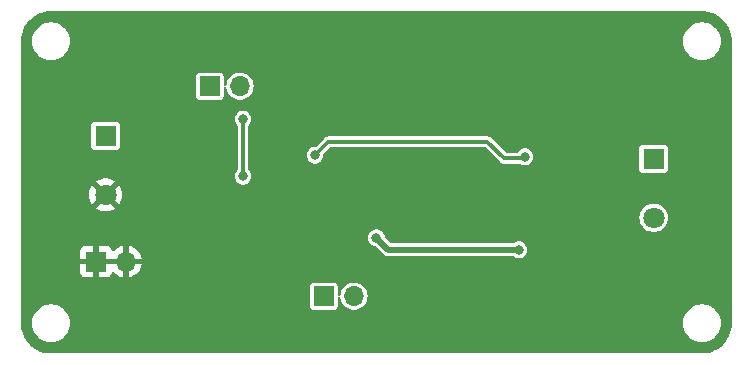
<source format=gbr>
%TF.GenerationSoftware,KiCad,Pcbnew,7.0.9*%
%TF.CreationDate,2023-12-10T23:23:11+01:00*%
%TF.ProjectId,LED Driver,4c454420-4472-4697-9665-722e6b696361,rev?*%
%TF.SameCoordinates,Original*%
%TF.FileFunction,Copper,L2,Bot*%
%TF.FilePolarity,Positive*%
%FSLAX46Y46*%
G04 Gerber Fmt 4.6, Leading zero omitted, Abs format (unit mm)*
G04 Created by KiCad (PCBNEW 7.0.9) date 2023-12-10 23:23:11*
%MOMM*%
%LPD*%
G01*
G04 APERTURE LIST*
%TA.AperFunction,ComponentPad*%
%ADD10R,1.700000X1.700000*%
%TD*%
%TA.AperFunction,ComponentPad*%
%ADD11O,1.700000X1.700000*%
%TD*%
%TA.AperFunction,ComponentPad*%
%ADD12R,1.800000X1.800000*%
%TD*%
%TA.AperFunction,ComponentPad*%
%ADD13C,1.800000*%
%TD*%
%TA.AperFunction,ViaPad*%
%ADD14C,0.600000*%
%TD*%
%TA.AperFunction,ViaPad*%
%ADD15C,0.800000*%
%TD*%
%TA.AperFunction,Conductor*%
%ADD16C,0.300000*%
%TD*%
%TA.AperFunction,Conductor*%
%ADD17C,0.500000*%
%TD*%
G04 APERTURE END LIST*
D10*
%TO.P,J2,1,Pin_1*%
%TO.N,GND*%
X78475000Y-56750000D03*
D11*
%TO.P,J2,2,Pin_2*%
X81015000Y-56750000D03*
%TD*%
D12*
%TO.P,LED_STRIP_0,1,1*%
%TO.N,LED_0 +*%
X125700000Y-48046000D03*
D13*
%TO.P,LED_STRIP_0,2,2*%
%TO.N,LED_0 -*%
X125700000Y-53046000D03*
%TD*%
D10*
%TO.P,J1,1,Pin_1*%
%TO.N,PWM_0*%
X97785000Y-59690000D03*
D11*
%TO.P,J1,2,Pin_2*%
X100325000Y-59690000D03*
%TD*%
D10*
%TO.P,J3,1,Pin_1*%
%TO.N,FAULT_0*%
X88133000Y-41910000D03*
D11*
%TO.P,J3,2,Pin_2*%
X90673000Y-41910000D03*
%TD*%
D12*
%TO.P,J4,1,1*%
%TO.N,VCC*%
X79300000Y-46100000D03*
D13*
%TO.P,J4,2,2*%
%TO.N,GND*%
X79300000Y-51100000D03*
%TD*%
D14*
%TO.N,GND*%
X101470000Y-49440000D03*
D15*
X108458000Y-51943000D03*
D14*
X101450000Y-48160000D03*
X100700000Y-49430000D03*
D15*
X116459000Y-53340000D03*
D14*
X101460000Y-48820000D03*
X100710000Y-48800000D03*
D15*
X118450000Y-47850000D03*
X94234000Y-43688000D03*
X105283000Y-58166000D03*
X112649000Y-57785000D03*
D14*
X100720000Y-48160000D03*
D15*
X96774000Y-55626000D03*
X88350000Y-56300000D03*
%TO.N,FAULT_0*%
X90932000Y-49530000D03*
X90932000Y-44704000D03*
%TO.N,Net-(IC1-OVP)*%
X114808000Y-47879000D03*
X97028000Y-47752000D03*
%TO.N,LED_0 -*%
X102235000Y-54737000D03*
X114300000Y-55753000D03*
%TD*%
D16*
%TO.N,FAULT_0*%
X90932000Y-49530000D02*
X90932000Y-44704000D01*
%TO.N,Net-(IC1-OVP)*%
X113030000Y-48006000D02*
X114681000Y-48006000D01*
X98171000Y-46609000D02*
X98298000Y-46609000D01*
X111633000Y-46609000D02*
X113030000Y-48006000D01*
X98298000Y-46609000D02*
X111633000Y-46609000D01*
X97028000Y-47752000D02*
X98171000Y-46609000D01*
X114681000Y-48006000D02*
X114808000Y-47879000D01*
D17*
%TO.N,LED_0 -*%
X114300000Y-55753000D02*
X103251000Y-55753000D01*
X103251000Y-55753000D02*
X102235000Y-54737000D01*
%TD*%
%TA.AperFunction,Conductor*%
%TO.N,GND*%
G36*
X80555507Y-56540156D02*
G01*
X80515000Y-56678111D01*
X80515000Y-56821889D01*
X80555507Y-56959844D01*
X80581314Y-57000000D01*
X78908686Y-57000000D01*
X78934493Y-56959844D01*
X78975000Y-56821889D01*
X78975000Y-56678111D01*
X78934493Y-56540156D01*
X78908686Y-56500000D01*
X80581314Y-56500000D01*
X80555507Y-56540156D01*
G37*
%TD.AperFunction*%
%TA.AperFunction,Conductor*%
G36*
X129795735Y-35552598D02*
G01*
X129928676Y-35560063D01*
X130075762Y-35568323D01*
X130082652Y-35569099D01*
X130316332Y-35608803D01*
X130357434Y-35615787D01*
X130364218Y-35617335D01*
X130632040Y-35694493D01*
X130638607Y-35696792D01*
X130767352Y-35750119D01*
X130896110Y-35803452D01*
X130902359Y-35806462D01*
X131077162Y-35903072D01*
X131146301Y-35941284D01*
X131152193Y-35944986D01*
X131379497Y-36106267D01*
X131384937Y-36110605D01*
X131592756Y-36296323D01*
X131597676Y-36301243D01*
X131783394Y-36509062D01*
X131787732Y-36514502D01*
X131949013Y-36741806D01*
X131952715Y-36747698D01*
X132087533Y-36991632D01*
X132090552Y-36997901D01*
X132197207Y-37255392D01*
X132199506Y-37261959D01*
X132276664Y-37529781D01*
X132278212Y-37536565D01*
X132324898Y-37811333D01*
X132325677Y-37818247D01*
X132341402Y-38098264D01*
X132341500Y-38101741D01*
X132341500Y-61974258D01*
X132341402Y-61977735D01*
X132325677Y-62257752D01*
X132324898Y-62264666D01*
X132278212Y-62539434D01*
X132276664Y-62546218D01*
X132199506Y-62814040D01*
X132197207Y-62820607D01*
X132090552Y-63078098D01*
X132087533Y-63084367D01*
X131952715Y-63328301D01*
X131949013Y-63334193D01*
X131787732Y-63561497D01*
X131783394Y-63566937D01*
X131597676Y-63774756D01*
X131592756Y-63779676D01*
X131384937Y-63965394D01*
X131379497Y-63969732D01*
X131152193Y-64131013D01*
X131146301Y-64134715D01*
X130902367Y-64269533D01*
X130896098Y-64272552D01*
X130638607Y-64379207D01*
X130632040Y-64381506D01*
X130364218Y-64458664D01*
X130357434Y-64460212D01*
X130082666Y-64506898D01*
X130075752Y-64507677D01*
X129795735Y-64523402D01*
X129792258Y-64523500D01*
X74677742Y-64523500D01*
X74674265Y-64523402D01*
X74394248Y-64507677D01*
X74387333Y-64506898D01*
X74112565Y-64460212D01*
X74105781Y-64458664D01*
X73837959Y-64381506D01*
X73831392Y-64379207D01*
X73609948Y-64287483D01*
X73573897Y-64272550D01*
X73567632Y-64269533D01*
X73323698Y-64134715D01*
X73317806Y-64131013D01*
X73090502Y-63969732D01*
X73085062Y-63965394D01*
X72877243Y-63779676D01*
X72872323Y-63774756D01*
X72686605Y-63566937D01*
X72682267Y-63561497D01*
X72520986Y-63334193D01*
X72517284Y-63328301D01*
X72431394Y-63172895D01*
X72382462Y-63084359D01*
X72379452Y-63078110D01*
X72313818Y-62919653D01*
X72272792Y-62820607D01*
X72270493Y-62814040D01*
X72193335Y-62546218D01*
X72191787Y-62539434D01*
X72180348Y-62472110D01*
X72145099Y-62264652D01*
X72144323Y-62257762D01*
X72136063Y-62110676D01*
X72128598Y-61977735D01*
X72128549Y-61976000D01*
X73070551Y-61976000D01*
X73090317Y-62227151D01*
X73149126Y-62472110D01*
X73245533Y-62704859D01*
X73377160Y-62919653D01*
X73377161Y-62919656D01*
X73377164Y-62919659D01*
X73540776Y-63111224D01*
X73689066Y-63237875D01*
X73732343Y-63274838D01*
X73732346Y-63274839D01*
X73947140Y-63406466D01*
X74179889Y-63502873D01*
X74424852Y-63561683D01*
X74580950Y-63573968D01*
X74613116Y-63576500D01*
X74613118Y-63576500D01*
X74738884Y-63576500D01*
X74768518Y-63574167D01*
X74927148Y-63561683D01*
X75172111Y-63502873D01*
X75404859Y-63406466D01*
X75619659Y-63274836D01*
X75811224Y-63111224D01*
X75974836Y-62919659D01*
X76106466Y-62704859D01*
X76202873Y-62472111D01*
X76261683Y-62227148D01*
X76281449Y-61976000D01*
X128188551Y-61976000D01*
X128208317Y-62227151D01*
X128267126Y-62472110D01*
X128363533Y-62704859D01*
X128495160Y-62919653D01*
X128495161Y-62919656D01*
X128495164Y-62919659D01*
X128658776Y-63111224D01*
X128807066Y-63237875D01*
X128850343Y-63274838D01*
X128850346Y-63274839D01*
X129065140Y-63406466D01*
X129297889Y-63502873D01*
X129542852Y-63561683D01*
X129698950Y-63573968D01*
X129731116Y-63576500D01*
X129731118Y-63576500D01*
X129856884Y-63576500D01*
X129886518Y-63574167D01*
X130045148Y-63561683D01*
X130290111Y-63502873D01*
X130522859Y-63406466D01*
X130737659Y-63274836D01*
X130929224Y-63111224D01*
X131092836Y-62919659D01*
X131224466Y-62704859D01*
X131320873Y-62472111D01*
X131379683Y-62227148D01*
X131399449Y-61976000D01*
X131379683Y-61724852D01*
X131320873Y-61479889D01*
X131224466Y-61247141D01*
X131224466Y-61247140D01*
X131092839Y-61032346D01*
X131092838Y-61032343D01*
X131055875Y-60989066D01*
X130929224Y-60840776D01*
X130792845Y-60724297D01*
X130737656Y-60677161D01*
X130737653Y-60677160D01*
X130522859Y-60545533D01*
X130290110Y-60449126D01*
X130045150Y-60390317D01*
X129856884Y-60375500D01*
X129856882Y-60375500D01*
X129731118Y-60375500D01*
X129731116Y-60375500D01*
X129542849Y-60390317D01*
X129297889Y-60449126D01*
X129065140Y-60545533D01*
X128850346Y-60677160D01*
X128850343Y-60677161D01*
X128658776Y-60840776D01*
X128495161Y-61032343D01*
X128495160Y-61032346D01*
X128363533Y-61247140D01*
X128267126Y-61479889D01*
X128208317Y-61724848D01*
X128188551Y-61976000D01*
X76281449Y-61976000D01*
X76261683Y-61724852D01*
X76202873Y-61479889D01*
X76106466Y-61247141D01*
X76106466Y-61247140D01*
X75974839Y-61032346D01*
X75974838Y-61032343D01*
X75937875Y-60989066D01*
X75811224Y-60840776D01*
X75674845Y-60724297D01*
X75619656Y-60677161D01*
X75619653Y-60677160D01*
X75469028Y-60584856D01*
X96634500Y-60584856D01*
X96634502Y-60584882D01*
X96637413Y-60609987D01*
X96637415Y-60609991D01*
X96682793Y-60712764D01*
X96682794Y-60712765D01*
X96762235Y-60792206D01*
X96865009Y-60837585D01*
X96890135Y-60840500D01*
X98679864Y-60840499D01*
X98679879Y-60840497D01*
X98679882Y-60840497D01*
X98704987Y-60837586D01*
X98704988Y-60837585D01*
X98704991Y-60837585D01*
X98807765Y-60792206D01*
X98887206Y-60712765D01*
X98932585Y-60609991D01*
X98935500Y-60584865D01*
X98935499Y-59846046D01*
X98955183Y-59779009D01*
X99007987Y-59733254D01*
X99077146Y-59723310D01*
X99140702Y-59752335D01*
X99178476Y-59811113D01*
X99182970Y-59834606D01*
X99189244Y-59902310D01*
X99247596Y-60107392D01*
X99247596Y-60107394D01*
X99342632Y-60298253D01*
X99456568Y-60449127D01*
X99471128Y-60468407D01*
X99628698Y-60612052D01*
X99809981Y-60724298D01*
X100008802Y-60801321D01*
X100218390Y-60840500D01*
X100218392Y-60840500D01*
X100431608Y-60840500D01*
X100431610Y-60840500D01*
X100641198Y-60801321D01*
X100840019Y-60724298D01*
X101021302Y-60612052D01*
X101178872Y-60468407D01*
X101307366Y-60298255D01*
X101402405Y-60107389D01*
X101460756Y-59902310D01*
X101480429Y-59690000D01*
X101460756Y-59477690D01*
X101402405Y-59272611D01*
X101402403Y-59272606D01*
X101402403Y-59272605D01*
X101307367Y-59081746D01*
X101178872Y-58911593D01*
X101051133Y-58795143D01*
X101021302Y-58767948D01*
X100840019Y-58655702D01*
X100840017Y-58655701D01*
X100740608Y-58617190D01*
X100641198Y-58578679D01*
X100431610Y-58539500D01*
X100218390Y-58539500D01*
X100008802Y-58578679D01*
X100008799Y-58578679D01*
X100008799Y-58578680D01*
X99809982Y-58655701D01*
X99809980Y-58655702D01*
X99628699Y-58767947D01*
X99471127Y-58911593D01*
X99342632Y-59081746D01*
X99247596Y-59272605D01*
X99247596Y-59272607D01*
X99189244Y-59477689D01*
X99182970Y-59545394D01*
X99157183Y-59610331D01*
X99100383Y-59651018D01*
X99030602Y-59654538D01*
X98969995Y-59619772D01*
X98937806Y-59557759D01*
X98935499Y-59533952D01*
X98935499Y-58795143D01*
X98935499Y-58795136D01*
X98935497Y-58795117D01*
X98932586Y-58770012D01*
X98932585Y-58770010D01*
X98932585Y-58770009D01*
X98887206Y-58667235D01*
X98807765Y-58587794D01*
X98787124Y-58578680D01*
X98704992Y-58542415D01*
X98679865Y-58539500D01*
X96890143Y-58539500D01*
X96890117Y-58539502D01*
X96865012Y-58542413D01*
X96865008Y-58542415D01*
X96762235Y-58587793D01*
X96682794Y-58667234D01*
X96637415Y-58770006D01*
X96637415Y-58770008D01*
X96634500Y-58795131D01*
X96634500Y-60584856D01*
X75469028Y-60584856D01*
X75404859Y-60545533D01*
X75172110Y-60449126D01*
X74927150Y-60390317D01*
X74738884Y-60375500D01*
X74738882Y-60375500D01*
X74613118Y-60375500D01*
X74613116Y-60375500D01*
X74424849Y-60390317D01*
X74179889Y-60449126D01*
X73947140Y-60545533D01*
X73732346Y-60677160D01*
X73732343Y-60677161D01*
X73540776Y-60840776D01*
X73377161Y-61032343D01*
X73377160Y-61032346D01*
X73245533Y-61247140D01*
X73149126Y-61479889D01*
X73090317Y-61724848D01*
X73070551Y-61976000D01*
X72128549Y-61976000D01*
X72128500Y-61974258D01*
X72128500Y-57647844D01*
X77125000Y-57647844D01*
X77131401Y-57707372D01*
X77131403Y-57707379D01*
X77181645Y-57842086D01*
X77181649Y-57842093D01*
X77267809Y-57957187D01*
X77267812Y-57957190D01*
X77382906Y-58043350D01*
X77382913Y-58043354D01*
X77517620Y-58093596D01*
X77517627Y-58093598D01*
X77577155Y-58099999D01*
X77577172Y-58100000D01*
X78225000Y-58100000D01*
X78225000Y-57185501D01*
X78332685Y-57234680D01*
X78439237Y-57250000D01*
X78510763Y-57250000D01*
X78617315Y-57234680D01*
X78725000Y-57185501D01*
X78725000Y-58100000D01*
X79372828Y-58100000D01*
X79372844Y-58099999D01*
X79432372Y-58093598D01*
X79432379Y-58093596D01*
X79567086Y-58043354D01*
X79567093Y-58043350D01*
X79682187Y-57957190D01*
X79682190Y-57957187D01*
X79768350Y-57842093D01*
X79768354Y-57842086D01*
X79817614Y-57710013D01*
X79859485Y-57654079D01*
X79924949Y-57629662D01*
X79993222Y-57644513D01*
X80021477Y-57665665D01*
X80143917Y-57788105D01*
X80337421Y-57923600D01*
X80551507Y-58023429D01*
X80551516Y-58023433D01*
X80765000Y-58080634D01*
X80765000Y-57185501D01*
X80872685Y-57234680D01*
X80979237Y-57250000D01*
X81050763Y-57250000D01*
X81157315Y-57234680D01*
X81265000Y-57185501D01*
X81265000Y-58080633D01*
X81478483Y-58023433D01*
X81478492Y-58023429D01*
X81692578Y-57923600D01*
X81886082Y-57788105D01*
X82053105Y-57621082D01*
X82188600Y-57427578D01*
X82288429Y-57213492D01*
X82288432Y-57213486D01*
X82345636Y-57000000D01*
X81448686Y-57000000D01*
X81474493Y-56959844D01*
X81515000Y-56821889D01*
X81515000Y-56678111D01*
X81474493Y-56540156D01*
X81448686Y-56500000D01*
X82345636Y-56500000D01*
X82345635Y-56499999D01*
X82288432Y-56286513D01*
X82288429Y-56286507D01*
X82188600Y-56072422D01*
X82188599Y-56072420D01*
X82053113Y-55878926D01*
X82053108Y-55878920D01*
X81886082Y-55711894D01*
X81692578Y-55576399D01*
X81478492Y-55476570D01*
X81478486Y-55476567D01*
X81265000Y-55419364D01*
X81265000Y-56314498D01*
X81157315Y-56265320D01*
X81050763Y-56250000D01*
X80979237Y-56250000D01*
X80872685Y-56265320D01*
X80765000Y-56314498D01*
X80765000Y-55419364D01*
X80764999Y-55419364D01*
X80551513Y-55476567D01*
X80551507Y-55476570D01*
X80337422Y-55576399D01*
X80337420Y-55576400D01*
X80143926Y-55711886D01*
X80021477Y-55834335D01*
X79960154Y-55867819D01*
X79890462Y-55862835D01*
X79834529Y-55820963D01*
X79817614Y-55789986D01*
X79768354Y-55657913D01*
X79768350Y-55657906D01*
X79682190Y-55542812D01*
X79682187Y-55542809D01*
X79567093Y-55456649D01*
X79567086Y-55456645D01*
X79432379Y-55406403D01*
X79432372Y-55406401D01*
X79372844Y-55400000D01*
X78725000Y-55400000D01*
X78725000Y-56314498D01*
X78617315Y-56265320D01*
X78510763Y-56250000D01*
X78439237Y-56250000D01*
X78332685Y-56265320D01*
X78225000Y-56314498D01*
X78225000Y-55400000D01*
X77577155Y-55400000D01*
X77517627Y-55406401D01*
X77517620Y-55406403D01*
X77382913Y-55456645D01*
X77382906Y-55456649D01*
X77267812Y-55542809D01*
X77267809Y-55542812D01*
X77181649Y-55657906D01*
X77181645Y-55657913D01*
X77131403Y-55792620D01*
X77131401Y-55792627D01*
X77125000Y-55852155D01*
X77125000Y-56500000D01*
X78041314Y-56500000D01*
X78015507Y-56540156D01*
X77975000Y-56678111D01*
X77975000Y-56821889D01*
X78015507Y-56959844D01*
X78041314Y-57000000D01*
X77125000Y-57000000D01*
X77125000Y-57647844D01*
X72128500Y-57647844D01*
X72128500Y-54737000D01*
X101529355Y-54737000D01*
X101549859Y-54905869D01*
X101549860Y-54905874D01*
X101610182Y-55064931D01*
X101629702Y-55093210D01*
X101706817Y-55204929D01*
X101797279Y-55285071D01*
X101834150Y-55317736D01*
X101984774Y-55396790D01*
X101984773Y-55396790D01*
X102076362Y-55419364D01*
X102125711Y-55431527D01*
X102183718Y-55464243D01*
X102855093Y-56135618D01*
X102900320Y-56184044D01*
X102938144Y-56207045D01*
X102943374Y-56210604D01*
X102978658Y-56237361D01*
X102986930Y-56240623D01*
X102995353Y-56243945D01*
X103014290Y-56253351D01*
X103029618Y-56262672D01*
X103072247Y-56274616D01*
X103078263Y-56276639D01*
X103119436Y-56292876D01*
X103137287Y-56294711D01*
X103158052Y-56298657D01*
X103175335Y-56303500D01*
X103219594Y-56303500D01*
X103225935Y-56303824D01*
X103269972Y-56308352D01*
X103287656Y-56305303D01*
X103308724Y-56303500D01*
X113817994Y-56303500D01*
X113885033Y-56323185D01*
X113897074Y-56332302D01*
X113899154Y-56333738D01*
X114049773Y-56412789D01*
X114049775Y-56412790D01*
X114214944Y-56453500D01*
X114385056Y-56453500D01*
X114550225Y-56412790D01*
X114629692Y-56371081D01*
X114700849Y-56333736D01*
X114700850Y-56333734D01*
X114700852Y-56333734D01*
X114828183Y-56220929D01*
X114924818Y-56080930D01*
X114985140Y-55921872D01*
X115005645Y-55753000D01*
X114985140Y-55584128D01*
X114924818Y-55425070D01*
X114920879Y-55419364D01*
X114850730Y-55317736D01*
X114828183Y-55285071D01*
X114733316Y-55201026D01*
X114700849Y-55172263D01*
X114550226Y-55093210D01*
X114385056Y-55052500D01*
X114214944Y-55052500D01*
X114049773Y-55093210D01*
X113899154Y-55172261D01*
X113892980Y-55176524D01*
X113892039Y-55175160D01*
X113836989Y-55201037D01*
X113817994Y-55202500D01*
X103530387Y-55202500D01*
X103463348Y-55182815D01*
X103442706Y-55166181D01*
X102960829Y-54684304D01*
X102927344Y-54622981D01*
X102925414Y-54611568D01*
X102920140Y-54568131D01*
X102920139Y-54568125D01*
X102859817Y-54409068D01*
X102825476Y-54359318D01*
X102763183Y-54269071D01*
X102635852Y-54156266D01*
X102635849Y-54156263D01*
X102485226Y-54077210D01*
X102320056Y-54036500D01*
X102149944Y-54036500D01*
X101984773Y-54077210D01*
X101834150Y-54156263D01*
X101706816Y-54269072D01*
X101610182Y-54409068D01*
X101549860Y-54568125D01*
X101549859Y-54568130D01*
X101529355Y-54737000D01*
X72128500Y-54737000D01*
X72128500Y-53046000D01*
X124494357Y-53046000D01*
X124514884Y-53267535D01*
X124514885Y-53267537D01*
X124575769Y-53481523D01*
X124575775Y-53481538D01*
X124674938Y-53680683D01*
X124674943Y-53680691D01*
X124809020Y-53858238D01*
X124973437Y-54008123D01*
X124973439Y-54008125D01*
X125162595Y-54125245D01*
X125162596Y-54125245D01*
X125162599Y-54125247D01*
X125370060Y-54205618D01*
X125588757Y-54246500D01*
X125588759Y-54246500D01*
X125811241Y-54246500D01*
X125811243Y-54246500D01*
X126029940Y-54205618D01*
X126237401Y-54125247D01*
X126426562Y-54008124D01*
X126590981Y-53858236D01*
X126725058Y-53680689D01*
X126824229Y-53481528D01*
X126885115Y-53267536D01*
X126905643Y-53046000D01*
X126885115Y-52824464D01*
X126824229Y-52610472D01*
X126824224Y-52610461D01*
X126725061Y-52411316D01*
X126725056Y-52411308D01*
X126590979Y-52233761D01*
X126426562Y-52083876D01*
X126426560Y-52083874D01*
X126237404Y-51966754D01*
X126237398Y-51966752D01*
X126029940Y-51886382D01*
X125811243Y-51845500D01*
X125588757Y-51845500D01*
X125370060Y-51886382D01*
X125238864Y-51937207D01*
X125162601Y-51966752D01*
X125162595Y-51966754D01*
X124973439Y-52083874D01*
X124973437Y-52083876D01*
X124809020Y-52233761D01*
X124674943Y-52411308D01*
X124674938Y-52411316D01*
X124575775Y-52610461D01*
X124575769Y-52610476D01*
X124514885Y-52824462D01*
X124514884Y-52824464D01*
X124494357Y-53045999D01*
X124494357Y-53046000D01*
X72128500Y-53046000D01*
X72128500Y-51100005D01*
X77895202Y-51100005D01*
X77914361Y-51331218D01*
X77971317Y-51556135D01*
X78064516Y-51768609D01*
X78148811Y-51897633D01*
X78737226Y-51309219D01*
X78775901Y-51402588D01*
X78872075Y-51527925D01*
X78997412Y-51624099D01*
X79090779Y-51662772D01*
X78501199Y-52252351D01*
X78531650Y-52276050D01*
X78735697Y-52386476D01*
X78735706Y-52386479D01*
X78955139Y-52461811D01*
X79183993Y-52500000D01*
X79416007Y-52500000D01*
X79644860Y-52461811D01*
X79864293Y-52386479D01*
X79864302Y-52386476D01*
X80068350Y-52276050D01*
X80098798Y-52252351D01*
X79509220Y-51662773D01*
X79602588Y-51624099D01*
X79727925Y-51527925D01*
X79824099Y-51402589D01*
X79862773Y-51309220D01*
X80451186Y-51897634D01*
X80535484Y-51768606D01*
X80628682Y-51556135D01*
X80685638Y-51331218D01*
X80704798Y-51100005D01*
X80704798Y-51099994D01*
X80685638Y-50868781D01*
X80628682Y-50643864D01*
X80535483Y-50431390D01*
X80451186Y-50302364D01*
X79862772Y-50890778D01*
X79824099Y-50797412D01*
X79727925Y-50672075D01*
X79602588Y-50575901D01*
X79509220Y-50537227D01*
X80098799Y-49947648D01*
X80098799Y-49947647D01*
X80068349Y-49923949D01*
X79864302Y-49813523D01*
X79864293Y-49813520D01*
X79644860Y-49738188D01*
X79416007Y-49700000D01*
X79183993Y-49700000D01*
X78955139Y-49738188D01*
X78735706Y-49813520D01*
X78735698Y-49813523D01*
X78531644Y-49923952D01*
X78501200Y-49947646D01*
X78501200Y-49947647D01*
X79090779Y-50537226D01*
X78997412Y-50575901D01*
X78872075Y-50672075D01*
X78775901Y-50797411D01*
X78737226Y-50890779D01*
X78148812Y-50302365D01*
X78064516Y-50431391D01*
X78064514Y-50431395D01*
X77971317Y-50643864D01*
X77914361Y-50868781D01*
X77895202Y-51099994D01*
X77895202Y-51100005D01*
X72128500Y-51100005D01*
X72128500Y-49530000D01*
X90226355Y-49530000D01*
X90246859Y-49698869D01*
X90246860Y-49698874D01*
X90307182Y-49857931D01*
X90352752Y-49923949D01*
X90403817Y-49997929D01*
X90509505Y-50091560D01*
X90531150Y-50110736D01*
X90681773Y-50189789D01*
X90681775Y-50189790D01*
X90846944Y-50230500D01*
X91017056Y-50230500D01*
X91182225Y-50189790D01*
X91261692Y-50148081D01*
X91332849Y-50110736D01*
X91332850Y-50110734D01*
X91332852Y-50110734D01*
X91460183Y-49997929D01*
X91556818Y-49857930D01*
X91617140Y-49698872D01*
X91637645Y-49530000D01*
X91617140Y-49361128D01*
X91556818Y-49202070D01*
X91554150Y-49198205D01*
X91499316Y-49118765D01*
X91460183Y-49062071D01*
X91460181Y-49062069D01*
X91424273Y-49030257D01*
X91399558Y-48990856D01*
X124499500Y-48990856D01*
X124499502Y-48990882D01*
X124502413Y-49015987D01*
X124502415Y-49015991D01*
X124547793Y-49118764D01*
X124547794Y-49118765D01*
X124627235Y-49198206D01*
X124730009Y-49243585D01*
X124755135Y-49246500D01*
X126644864Y-49246499D01*
X126644879Y-49246497D01*
X126644882Y-49246497D01*
X126669987Y-49243586D01*
X126669988Y-49243585D01*
X126669991Y-49243585D01*
X126772765Y-49198206D01*
X126852206Y-49118765D01*
X126897585Y-49015991D01*
X126900500Y-48990865D01*
X126900499Y-47101136D01*
X126900497Y-47101117D01*
X126897586Y-47076012D01*
X126897585Y-47076010D01*
X126897585Y-47076009D01*
X126852206Y-46973235D01*
X126772765Y-46893794D01*
X126772763Y-46893793D01*
X126669992Y-46848415D01*
X126644865Y-46845500D01*
X124755143Y-46845500D01*
X124755117Y-46845502D01*
X124730012Y-46848413D01*
X124730008Y-46848415D01*
X124627235Y-46893793D01*
X124547794Y-46973234D01*
X124502415Y-47076006D01*
X124502415Y-47076008D01*
X124499500Y-47101131D01*
X124499500Y-48990856D01*
X91399558Y-48990856D01*
X91387146Y-48971068D01*
X91382500Y-48937442D01*
X91382500Y-47752000D01*
X96322355Y-47752000D01*
X96342859Y-47920869D01*
X96342860Y-47920874D01*
X96403182Y-48079931D01*
X96465475Y-48170177D01*
X96499817Y-48219929D01*
X96605505Y-48313560D01*
X96627150Y-48332736D01*
X96772065Y-48408793D01*
X96777775Y-48411790D01*
X96942944Y-48452500D01*
X97113056Y-48452500D01*
X97278225Y-48411790D01*
X97401810Y-48346927D01*
X97428849Y-48332736D01*
X97428850Y-48332734D01*
X97428852Y-48332734D01*
X97556183Y-48219929D01*
X97652818Y-48079930D01*
X97713140Y-47920872D01*
X97733645Y-47752000D01*
X97733501Y-47750814D01*
X97733645Y-47749947D01*
X97733645Y-47744498D01*
X97734551Y-47744498D01*
X97744961Y-47681890D01*
X97768913Y-47648189D01*
X98321284Y-47095819D01*
X98382607Y-47062334D01*
X98408965Y-47059500D01*
X111395034Y-47059500D01*
X111462073Y-47079185D01*
X111482715Y-47095819D01*
X112691094Y-48304198D01*
X112695730Y-48309386D01*
X112712920Y-48330941D01*
X112720121Y-48339970D01*
X112769258Y-48373471D01*
X112817117Y-48408793D01*
X112817119Y-48408794D01*
X112824666Y-48412783D01*
X112832326Y-48416472D01*
X112889168Y-48434004D01*
X112945296Y-48453645D01*
X112945298Y-48453645D01*
X112945300Y-48453646D01*
X112945301Y-48453646D01*
X112953694Y-48455233D01*
X112962095Y-48456500D01*
X112962098Y-48456500D01*
X113021573Y-48456500D01*
X113081009Y-48458724D01*
X113081009Y-48458723D01*
X113081010Y-48458724D01*
X113081010Y-48458723D01*
X113090243Y-48457684D01*
X113090336Y-48458513D01*
X113105636Y-48456500D01*
X114370422Y-48456500D01*
X114428048Y-48470704D01*
X114557773Y-48538789D01*
X114557775Y-48538790D01*
X114722944Y-48579500D01*
X114893056Y-48579500D01*
X115058225Y-48538790D01*
X115187951Y-48470704D01*
X115208849Y-48459736D01*
X115208850Y-48459734D01*
X115208852Y-48459734D01*
X115336183Y-48346929D01*
X115432818Y-48206930D01*
X115493140Y-48047872D01*
X115513645Y-47879000D01*
X115493140Y-47710128D01*
X115432818Y-47551070D01*
X115410806Y-47519181D01*
X115398476Y-47501318D01*
X115336183Y-47411071D01*
X115211373Y-47300499D01*
X115208849Y-47298263D01*
X115058226Y-47219210D01*
X114893056Y-47178500D01*
X114722944Y-47178500D01*
X114557773Y-47219210D01*
X114407150Y-47298263D01*
X114279818Y-47411070D01*
X114279817Y-47411071D01*
X114270845Y-47424070D01*
X114217094Y-47501941D01*
X114162811Y-47545931D01*
X114115044Y-47555500D01*
X113267965Y-47555500D01*
X113200926Y-47535815D01*
X113180284Y-47519181D01*
X111971908Y-46310805D01*
X111967271Y-46305617D01*
X111950417Y-46284483D01*
X111942879Y-46275030D01*
X111893728Y-46241519D01*
X111845882Y-46206207D01*
X111838297Y-46202198D01*
X111830677Y-46198529D01*
X111806161Y-46190967D01*
X111773822Y-46180992D01*
X111752842Y-46173651D01*
X111717695Y-46161352D01*
X111709326Y-46159768D01*
X111700904Y-46158500D01*
X111700902Y-46158500D01*
X111641426Y-46158500D01*
X111581990Y-46156275D01*
X111572756Y-46157316D01*
X111572662Y-46156486D01*
X111557364Y-46158500D01*
X98199783Y-46158500D01*
X98192844Y-46158110D01*
X98178426Y-46156486D01*
X98153964Y-46153729D01*
X98103543Y-46163270D01*
X98095520Y-46164788D01*
X98082832Y-46166700D01*
X98036716Y-46173651D01*
X98028532Y-46176175D01*
X98020528Y-46178976D01*
X97967936Y-46206773D01*
X97914357Y-46232574D01*
X97907338Y-46237359D01*
X97900461Y-46242435D01*
X97858413Y-46284483D01*
X97814803Y-46324947D01*
X97809013Y-46332208D01*
X97808362Y-46331688D01*
X97798967Y-46343928D01*
X97127716Y-47015181D01*
X97066393Y-47048666D01*
X97040035Y-47051500D01*
X96942944Y-47051500D01*
X96777773Y-47092210D01*
X96627150Y-47171263D01*
X96499816Y-47284072D01*
X96403182Y-47424068D01*
X96342860Y-47583125D01*
X96342859Y-47583130D01*
X96322355Y-47752000D01*
X91382500Y-47752000D01*
X91382500Y-45296557D01*
X91402185Y-45229518D01*
X91424270Y-45203744D01*
X91460183Y-45171929D01*
X91556818Y-45031930D01*
X91617140Y-44872872D01*
X91637645Y-44704000D01*
X91617140Y-44535128D01*
X91556818Y-44376070D01*
X91460183Y-44236071D01*
X91332852Y-44123266D01*
X91332849Y-44123263D01*
X91182226Y-44044210D01*
X91017056Y-44003500D01*
X90846944Y-44003500D01*
X90681773Y-44044210D01*
X90531150Y-44123263D01*
X90403816Y-44236072D01*
X90307182Y-44376068D01*
X90246860Y-44535125D01*
X90246859Y-44535130D01*
X90226355Y-44704000D01*
X90246859Y-44872869D01*
X90246860Y-44872874D01*
X90307182Y-45031931D01*
X90403815Y-45171927D01*
X90403816Y-45171928D01*
X90403817Y-45171929D01*
X90439727Y-45203742D01*
X90476853Y-45262929D01*
X90481500Y-45296557D01*
X90481500Y-48937442D01*
X90461815Y-49004481D01*
X90439727Y-49030257D01*
X90403818Y-49062069D01*
X90307182Y-49202068D01*
X90246860Y-49361125D01*
X90246859Y-49361130D01*
X90226355Y-49530000D01*
X72128500Y-49530000D01*
X72128500Y-47044856D01*
X78099500Y-47044856D01*
X78099502Y-47044882D01*
X78102413Y-47069987D01*
X78102415Y-47069991D01*
X78147793Y-47172764D01*
X78147794Y-47172765D01*
X78227235Y-47252206D01*
X78330009Y-47297585D01*
X78355135Y-47300500D01*
X80244864Y-47300499D01*
X80244879Y-47300497D01*
X80244882Y-47300497D01*
X80269987Y-47297586D01*
X80269988Y-47297585D01*
X80269991Y-47297585D01*
X80372765Y-47252206D01*
X80452206Y-47172765D01*
X80497585Y-47069991D01*
X80500500Y-47044865D01*
X80500499Y-45155136D01*
X80500497Y-45155117D01*
X80497586Y-45130012D01*
X80497585Y-45130010D01*
X80497585Y-45130009D01*
X80452206Y-45027235D01*
X80372765Y-44947794D01*
X80372763Y-44947793D01*
X80269992Y-44902415D01*
X80244865Y-44899500D01*
X78355143Y-44899500D01*
X78355117Y-44899502D01*
X78330012Y-44902413D01*
X78330008Y-44902415D01*
X78227235Y-44947793D01*
X78147794Y-45027234D01*
X78102415Y-45130006D01*
X78102415Y-45130008D01*
X78099500Y-45155131D01*
X78099500Y-47044856D01*
X72128500Y-47044856D01*
X72128500Y-42804856D01*
X86982500Y-42804856D01*
X86982502Y-42804882D01*
X86985413Y-42829987D01*
X86985415Y-42829991D01*
X87030793Y-42932764D01*
X87030794Y-42932765D01*
X87110235Y-43012206D01*
X87213009Y-43057585D01*
X87238135Y-43060500D01*
X89027864Y-43060499D01*
X89027879Y-43060497D01*
X89027882Y-43060497D01*
X89052987Y-43057586D01*
X89052988Y-43057585D01*
X89052991Y-43057585D01*
X89155765Y-43012206D01*
X89235206Y-42932765D01*
X89280585Y-42829991D01*
X89283500Y-42804865D01*
X89283499Y-42066046D01*
X89303183Y-41999009D01*
X89355987Y-41953254D01*
X89425146Y-41943310D01*
X89488702Y-41972335D01*
X89526476Y-42031113D01*
X89530970Y-42054606D01*
X89537244Y-42122310D01*
X89595596Y-42327392D01*
X89595596Y-42327394D01*
X89690632Y-42518253D01*
X89690634Y-42518255D01*
X89819128Y-42688407D01*
X89976698Y-42832052D01*
X90157981Y-42944298D01*
X90356802Y-43021321D01*
X90566390Y-43060500D01*
X90566392Y-43060500D01*
X90779608Y-43060500D01*
X90779610Y-43060500D01*
X90989198Y-43021321D01*
X91188019Y-42944298D01*
X91369302Y-42832052D01*
X91526872Y-42688407D01*
X91655366Y-42518255D01*
X91750405Y-42327389D01*
X91808756Y-42122310D01*
X91828429Y-41910000D01*
X91808756Y-41697690D01*
X91750405Y-41492611D01*
X91750403Y-41492606D01*
X91750403Y-41492605D01*
X91655367Y-41301746D01*
X91526872Y-41131593D01*
X91399133Y-41015143D01*
X91369302Y-40987948D01*
X91188019Y-40875702D01*
X91188017Y-40875701D01*
X91088608Y-40837190D01*
X90989198Y-40798679D01*
X90779610Y-40759500D01*
X90566390Y-40759500D01*
X90356802Y-40798679D01*
X90356799Y-40798679D01*
X90356799Y-40798680D01*
X90157982Y-40875701D01*
X90157980Y-40875702D01*
X89976699Y-40987947D01*
X89819127Y-41131593D01*
X89690632Y-41301746D01*
X89595596Y-41492605D01*
X89595596Y-41492607D01*
X89537244Y-41697689D01*
X89530970Y-41765394D01*
X89505183Y-41830331D01*
X89448383Y-41871018D01*
X89378602Y-41874538D01*
X89317995Y-41839772D01*
X89285806Y-41777759D01*
X89283499Y-41753952D01*
X89283499Y-41015143D01*
X89283499Y-41015136D01*
X89283497Y-41015117D01*
X89280586Y-40990012D01*
X89280585Y-40990010D01*
X89280585Y-40990009D01*
X89235206Y-40887235D01*
X89155765Y-40807794D01*
X89135124Y-40798680D01*
X89052992Y-40762415D01*
X89027865Y-40759500D01*
X87238143Y-40759500D01*
X87238117Y-40759502D01*
X87213012Y-40762413D01*
X87213008Y-40762415D01*
X87110235Y-40807793D01*
X87030794Y-40887234D01*
X86985415Y-40990006D01*
X86985415Y-40990008D01*
X86982500Y-41015131D01*
X86982500Y-42804856D01*
X72128500Y-42804856D01*
X72128500Y-38101741D01*
X72128549Y-38100000D01*
X73070551Y-38100000D01*
X73090317Y-38351151D01*
X73149126Y-38596110D01*
X73245533Y-38828859D01*
X73377160Y-39043653D01*
X73377161Y-39043656D01*
X73377164Y-39043659D01*
X73540776Y-39235224D01*
X73689066Y-39361875D01*
X73732343Y-39398838D01*
X73732346Y-39398839D01*
X73947140Y-39530466D01*
X74179889Y-39626873D01*
X74424852Y-39685683D01*
X74580950Y-39697968D01*
X74613116Y-39700500D01*
X74613118Y-39700500D01*
X74738884Y-39700500D01*
X74768518Y-39698167D01*
X74927148Y-39685683D01*
X75172111Y-39626873D01*
X75404859Y-39530466D01*
X75619659Y-39398836D01*
X75811224Y-39235224D01*
X75974836Y-39043659D01*
X76106466Y-38828859D01*
X76202873Y-38596111D01*
X76261683Y-38351148D01*
X76281449Y-38100000D01*
X128188551Y-38100000D01*
X128208317Y-38351151D01*
X128267126Y-38596110D01*
X128363533Y-38828859D01*
X128495160Y-39043653D01*
X128495161Y-39043656D01*
X128495164Y-39043659D01*
X128658776Y-39235224D01*
X128807066Y-39361875D01*
X128850343Y-39398838D01*
X128850346Y-39398839D01*
X129065140Y-39530466D01*
X129297889Y-39626873D01*
X129542852Y-39685683D01*
X129698950Y-39697968D01*
X129731116Y-39700500D01*
X129731118Y-39700500D01*
X129856884Y-39700500D01*
X129886518Y-39698167D01*
X130045148Y-39685683D01*
X130290111Y-39626873D01*
X130522859Y-39530466D01*
X130737659Y-39398836D01*
X130929224Y-39235224D01*
X131092836Y-39043659D01*
X131224466Y-38828859D01*
X131320873Y-38596111D01*
X131379683Y-38351148D01*
X131399449Y-38100000D01*
X131379683Y-37848852D01*
X131320873Y-37603889D01*
X131224466Y-37371141D01*
X131224466Y-37371140D01*
X131092839Y-37156346D01*
X131092838Y-37156343D01*
X130957515Y-36997901D01*
X130929224Y-36964776D01*
X130802571Y-36856604D01*
X130737656Y-36801161D01*
X130737653Y-36801160D01*
X130522859Y-36669533D01*
X130290110Y-36573126D01*
X130045150Y-36514317D01*
X129856884Y-36499500D01*
X129856882Y-36499500D01*
X129731118Y-36499500D01*
X129731116Y-36499500D01*
X129542849Y-36514317D01*
X129297889Y-36573126D01*
X129065140Y-36669533D01*
X128850346Y-36801160D01*
X128850343Y-36801161D01*
X128658776Y-36964776D01*
X128495161Y-37156343D01*
X128495160Y-37156346D01*
X128363533Y-37371140D01*
X128267126Y-37603889D01*
X128208317Y-37848848D01*
X128188551Y-38100000D01*
X76281449Y-38100000D01*
X76261683Y-37848852D01*
X76202873Y-37603889D01*
X76106466Y-37371141D01*
X76106466Y-37371140D01*
X75974839Y-37156346D01*
X75974838Y-37156343D01*
X75839515Y-36997901D01*
X75811224Y-36964776D01*
X75684571Y-36856604D01*
X75619656Y-36801161D01*
X75619653Y-36801160D01*
X75404859Y-36669533D01*
X75172110Y-36573126D01*
X74927150Y-36514317D01*
X74738884Y-36499500D01*
X74738882Y-36499500D01*
X74613118Y-36499500D01*
X74613116Y-36499500D01*
X74424849Y-36514317D01*
X74179889Y-36573126D01*
X73947140Y-36669533D01*
X73732346Y-36801160D01*
X73732343Y-36801161D01*
X73540776Y-36964776D01*
X73377161Y-37156343D01*
X73377160Y-37156346D01*
X73245533Y-37371140D01*
X73149126Y-37603889D01*
X73090317Y-37848848D01*
X73070551Y-38100000D01*
X72128549Y-38100000D01*
X72128598Y-38098264D01*
X72138290Y-37925673D01*
X72144323Y-37818235D01*
X72145099Y-37811349D01*
X72191787Y-37536564D01*
X72193335Y-37529781D01*
X72270494Y-37261953D01*
X72272792Y-37255392D01*
X72313820Y-37156341D01*
X72379455Y-36997882D01*
X72382458Y-36991647D01*
X72517286Y-36747693D01*
X72520982Y-36741812D01*
X72682271Y-36514496D01*
X72686599Y-36509069D01*
X72872325Y-36301240D01*
X72877243Y-36296323D01*
X73085069Y-36110599D01*
X73090496Y-36106271D01*
X73317812Y-35944982D01*
X73323693Y-35941286D01*
X73567647Y-35806458D01*
X73573882Y-35803455D01*
X73768194Y-35722968D01*
X73831392Y-35696792D01*
X73837953Y-35694494D01*
X74105785Y-35617334D01*
X74112565Y-35615787D01*
X74387349Y-35569099D01*
X74394235Y-35568323D01*
X74547307Y-35559727D01*
X74674265Y-35552598D01*
X74677742Y-35552500D01*
X74741892Y-35552500D01*
X129728108Y-35552500D01*
X129792258Y-35552500D01*
X129795735Y-35552598D01*
G37*
%TD.AperFunction*%
%TD*%
M02*

</source>
